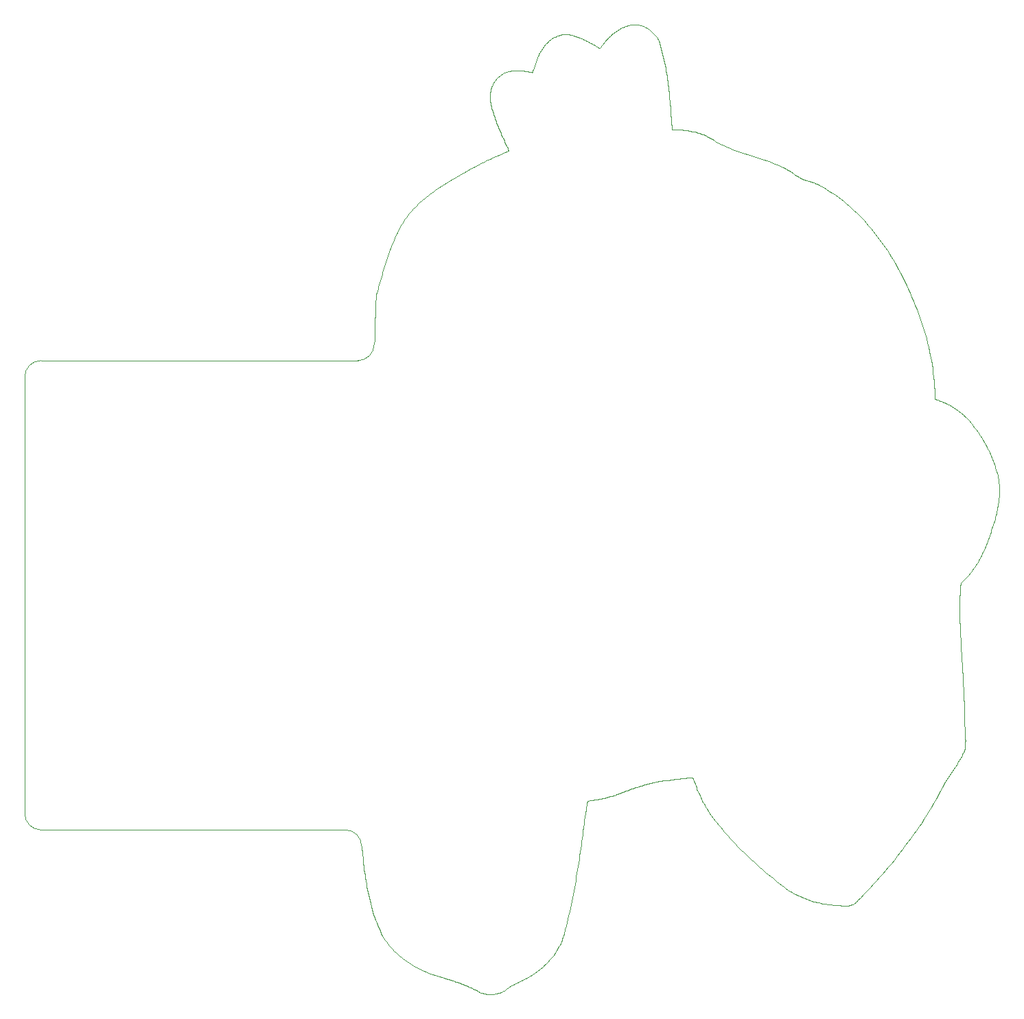
<source format=gbr>
%TF.GenerationSoftware,KiCad,Pcbnew,5.1.10-88a1d61d58~90~ubuntu20.04.1*%
%TF.CreationDate,2021-07-22T12:56:01-07:00*%
%TF.ProjectId,TwinTCPO,5477696e-5443-4504-9f2e-6b696361645f,A*%
%TF.SameCoordinates,Original*%
%TF.FileFunction,Profile,NP*%
%FSLAX46Y46*%
G04 Gerber Fmt 4.6, Leading zero omitted, Abs format (unit mm)*
G04 Created by KiCad (PCBNEW 5.1.10-88a1d61d58~90~ubuntu20.04.1) date 2021-07-22 12:56:01*
%MOMM*%
%LPD*%
G01*
G04 APERTURE LIST*
%TA.AperFunction,Profile*%
%ADD10C,0.100000*%
%TD*%
G04 APERTURE END LIST*
D10*
X68000000Y-130800000D02*
X68000000Y-76850000D01*
X70000000Y-132800000D02*
G75*
G02*
X68000000Y-130800000I0J2000000D01*
G01*
X68000000Y-76850000D02*
G75*
G02*
X70000000Y-74850000I2000000J0D01*
G01*
X109100000Y-74850000D02*
X70000000Y-74850000D01*
X107550000Y-132800000D02*
X70000000Y-132800000D01*
X111100000Y-72850000D02*
G75*
G02*
X109100000Y-74850000I-2000000J0D01*
G01*
X107550000Y-132800000D02*
G75*
G02*
X109550000Y-134800000I0J-2000000D01*
G01*
X139145470Y-35964450D02*
X139079429Y-36057870D01*
X139079429Y-36057870D02*
X139013045Y-36146629D01*
X139013045Y-36146629D02*
X138928868Y-36227371D01*
X138928868Y-36227371D02*
X138818138Y-36255608D01*
X138818138Y-36255608D02*
X138726634Y-36212222D01*
X138726634Y-36212222D02*
X138643770Y-36128680D01*
X138643770Y-36128680D02*
X138533406Y-36065554D01*
X138533406Y-36065554D02*
X138422767Y-36002254D01*
X138422767Y-36002254D02*
X138311834Y-35938887D01*
X138311834Y-35938887D02*
X138200588Y-35875561D01*
X138200588Y-35875561D02*
X138089011Y-35812385D01*
X138089011Y-35812385D02*
X137977084Y-35749466D01*
X137977084Y-35749466D02*
X137864790Y-35686912D01*
X137864790Y-35686912D02*
X137752110Y-35624831D01*
X137752110Y-35624831D02*
X137639025Y-35563332D01*
X137639025Y-35563332D02*
X137525518Y-35502523D01*
X137525518Y-35502523D02*
X137411570Y-35442511D01*
X137411570Y-35442511D02*
X137297162Y-35383404D01*
X137297162Y-35383404D02*
X137182276Y-35325311D01*
X137182276Y-35325311D02*
X137066895Y-35268340D01*
X137066895Y-35268340D02*
X136950998Y-35212598D01*
X136950998Y-35212598D02*
X136834570Y-35158195D01*
X136834570Y-35158195D02*
X136717589Y-35105236D01*
X136717589Y-35105236D02*
X136600040Y-35053832D01*
X136600040Y-35053832D02*
X136481903Y-35004089D01*
X136481903Y-35004089D02*
X136363159Y-34956117D01*
X136363159Y-34956117D02*
X136243791Y-34910022D01*
X136243791Y-34910022D02*
X136123780Y-34865913D01*
X136123780Y-34865913D02*
X136003108Y-34823898D01*
X136003108Y-34823898D02*
X135881757Y-34784085D01*
X135881757Y-34784085D02*
X135759707Y-34746582D01*
X135759707Y-34746582D02*
X135636942Y-34711498D01*
X135636942Y-34711498D02*
X135513441Y-34678939D01*
X135513441Y-34678939D02*
X135389188Y-34649015D01*
X135389188Y-34649015D02*
X135264164Y-34621832D01*
X135264164Y-34621832D02*
X135138350Y-34597500D01*
X135138350Y-34597500D02*
X135011728Y-34576127D01*
X135011728Y-34576127D02*
X134884280Y-34557820D01*
X134884280Y-34557820D02*
X134731602Y-34557930D01*
X134731602Y-34557930D02*
X134580463Y-34565588D01*
X134580463Y-34565588D02*
X134430976Y-34580585D01*
X134430976Y-34580585D02*
X134283253Y-34602714D01*
X134283253Y-34602714D02*
X134137406Y-34631768D01*
X134137406Y-34631768D02*
X133993550Y-34667542D01*
X133993550Y-34667542D02*
X133851797Y-34709826D01*
X133851797Y-34709826D02*
X133712261Y-34758415D01*
X133712261Y-34758415D02*
X133575053Y-34813101D01*
X133575053Y-34813101D02*
X133440287Y-34873678D01*
X133440287Y-34873678D02*
X133308076Y-34939938D01*
X133308076Y-34939938D02*
X133178532Y-35011675D01*
X133178532Y-35011675D02*
X133051770Y-35088681D01*
X133051770Y-35088681D02*
X132927901Y-35170749D01*
X132927901Y-35170749D02*
X132807038Y-35257673D01*
X132807038Y-35257673D02*
X132689296Y-35349246D01*
X132689296Y-35349246D02*
X132574786Y-35445260D01*
X132574786Y-35445260D02*
X132463621Y-35545508D01*
X132463621Y-35545508D02*
X132355915Y-35649783D01*
X132355915Y-35649783D02*
X132251780Y-35757880D01*
X132251780Y-35757880D02*
X132151329Y-35869589D01*
X132151329Y-35869589D02*
X132054676Y-35984705D01*
X132054676Y-35984705D02*
X131961933Y-36103021D01*
X131961933Y-36103021D02*
X131873213Y-36224328D01*
X131873213Y-36224328D02*
X131788629Y-36348422D01*
X131788629Y-36348422D02*
X131708294Y-36475093D01*
X131708294Y-36475093D02*
X131632321Y-36604137D01*
X131632321Y-36604137D02*
X131560823Y-36735344D01*
X131560823Y-36735344D02*
X131493913Y-36868509D01*
X131493913Y-36868509D02*
X131431704Y-37003425D01*
X131431704Y-37003425D02*
X131374308Y-37139884D01*
X131374308Y-37139884D02*
X131321840Y-37277680D01*
X187230860Y-95770340D02*
X187308758Y-95548279D01*
X187308758Y-95548279D02*
X187384799Y-95324673D01*
X187384799Y-95324673D02*
X187458784Y-95099610D01*
X187458784Y-95099610D02*
X187530515Y-94873173D01*
X187530515Y-94873173D02*
X187599793Y-94645448D01*
X187599793Y-94645448D02*
X187666419Y-94416522D01*
X187666419Y-94416522D02*
X187730195Y-94186479D01*
X187730195Y-94186479D02*
X187790921Y-93955405D01*
X187790921Y-93955405D02*
X187848399Y-93723386D01*
X187848399Y-93723386D02*
X187902430Y-93490507D01*
X187902430Y-93490507D02*
X187952816Y-93256854D01*
X187952816Y-93256854D02*
X187999357Y-93022512D01*
X187999357Y-93022512D02*
X188041855Y-92787567D01*
X188041855Y-92787567D02*
X188080112Y-92552105D01*
X188080112Y-92552105D02*
X188113928Y-92316210D01*
X188113928Y-92316210D02*
X188143105Y-92079970D01*
X188143105Y-92079970D02*
X188167443Y-91843468D01*
X188167443Y-91843468D02*
X188186745Y-91606791D01*
X188186745Y-91606791D02*
X188200812Y-91370024D01*
X188200812Y-91370024D02*
X188209445Y-91133253D01*
X188209445Y-91133253D02*
X188212444Y-90896564D01*
X188212444Y-90896564D02*
X188209612Y-90660041D01*
X188209612Y-90660041D02*
X188200750Y-90423771D01*
X188200750Y-90423771D02*
X188185658Y-90187839D01*
X188185658Y-90187839D02*
X188164139Y-89952331D01*
X188164139Y-89952331D02*
X188135993Y-89717331D01*
X188135993Y-89717331D02*
X188101022Y-89482927D01*
X188101022Y-89482927D02*
X188059026Y-89249203D01*
X188059026Y-89249203D02*
X188009808Y-89016244D01*
X188009808Y-89016244D02*
X187953168Y-88784137D01*
X187953168Y-88784137D02*
X187888908Y-88552967D01*
X187888908Y-88552967D02*
X187816830Y-88322820D01*
X125650750Y-43839320D02*
X125696154Y-44006246D01*
X125696154Y-44006246D02*
X125743696Y-44172403D01*
X125743696Y-44172403D02*
X125793279Y-44337823D01*
X125793279Y-44337823D02*
X125844808Y-44502541D01*
X125844808Y-44502541D02*
X125898188Y-44666589D01*
X125898188Y-44666589D02*
X125953323Y-44830001D01*
X125953323Y-44830001D02*
X126010118Y-44992811D01*
X126010118Y-44992811D02*
X126068476Y-45155053D01*
X126068476Y-45155053D02*
X126128303Y-45316760D01*
X126128303Y-45316760D02*
X126189504Y-45477965D01*
X126189504Y-45477965D02*
X126251982Y-45638703D01*
X126251982Y-45638703D02*
X126315642Y-45799007D01*
X126315642Y-45799007D02*
X126380389Y-45958910D01*
X126380389Y-45958910D02*
X126446127Y-46118447D01*
X126446127Y-46118447D02*
X126512761Y-46277650D01*
X126512761Y-46277650D02*
X126580196Y-46436553D01*
X126580196Y-46436553D02*
X126648335Y-46595191D01*
X126648335Y-46595191D02*
X126717083Y-46753596D01*
X126717083Y-46753596D02*
X126786345Y-46911802D01*
X126786345Y-46911802D02*
X126856026Y-47069843D01*
X126856026Y-47069843D02*
X126926029Y-47227752D01*
X126926029Y-47227752D02*
X126996260Y-47385564D01*
X126996260Y-47385564D02*
X127066623Y-47543311D01*
X127066623Y-47543311D02*
X127137022Y-47701027D01*
X127137022Y-47701027D02*
X127207362Y-47858746D01*
X127207362Y-47858746D02*
X127277548Y-48016501D01*
X127277548Y-48016501D02*
X127347483Y-48174326D01*
X127347483Y-48174326D02*
X127417074Y-48332255D01*
X127417074Y-48332255D02*
X127486223Y-48490322D01*
X127486223Y-48490322D02*
X127554835Y-48648559D01*
X127554835Y-48648559D02*
X127622816Y-48807000D01*
X127622816Y-48807000D02*
X127690070Y-48965680D01*
X130990920Y-150391240D02*
X131160634Y-150271559D01*
X131160634Y-150271559D02*
X131327950Y-150148155D01*
X131327950Y-150148155D02*
X131492752Y-150021091D01*
X131492752Y-150021091D02*
X131654926Y-149890430D01*
X131654926Y-149890430D02*
X131814356Y-149756235D01*
X131814356Y-149756235D02*
X131970929Y-149618570D01*
X131970929Y-149618570D02*
X132124529Y-149477500D01*
X132124529Y-149477500D02*
X132275040Y-149333087D01*
X132275040Y-149333087D02*
X132422349Y-149185394D01*
X132422349Y-149185394D02*
X132566340Y-149034487D01*
X132566340Y-149034487D02*
X132706899Y-148880427D01*
X132706899Y-148880427D02*
X132843910Y-148723279D01*
X132843910Y-148723279D02*
X132977259Y-148563106D01*
X132977259Y-148563106D02*
X133106831Y-148399972D01*
X133106831Y-148399972D02*
X133232511Y-148233940D01*
X133232511Y-148233940D02*
X133354183Y-148065075D01*
X133354183Y-148065075D02*
X133471734Y-147893438D01*
X133471734Y-147893438D02*
X133585048Y-147719095D01*
X133585048Y-147719095D02*
X133694010Y-147542108D01*
X133694010Y-147542108D02*
X133798506Y-147362541D01*
X133798506Y-147362541D02*
X133898421Y-147180458D01*
X133898421Y-147180458D02*
X133993639Y-146995923D01*
X133993639Y-146995923D02*
X134084046Y-146808998D01*
X134084046Y-146808998D02*
X134169527Y-146619747D01*
X134169527Y-146619747D02*
X134249967Y-146428235D01*
X134249967Y-146428235D02*
X134325251Y-146234524D01*
X134325251Y-146234524D02*
X134395264Y-146038678D01*
X134395264Y-146038678D02*
X134459892Y-145840761D01*
X134459892Y-145840761D02*
X134519019Y-145640836D01*
X134519019Y-145640836D02*
X134572531Y-145438966D01*
X134572531Y-145438966D02*
X134620313Y-145235217D01*
X134620313Y-145235217D02*
X134662250Y-145029650D01*
X180243210Y-79582370D02*
X180236421Y-79039493D01*
X180236421Y-79039493D02*
X180218464Y-78497665D01*
X180218464Y-78497665D02*
X180189548Y-77956964D01*
X180189548Y-77956964D02*
X180149880Y-77417467D01*
X180149880Y-77417467D02*
X180099669Y-76879254D01*
X180099669Y-76879254D02*
X180039125Y-76342402D01*
X180039125Y-76342402D02*
X179968457Y-75806990D01*
X179968457Y-75806990D02*
X179887872Y-75273096D01*
X179887872Y-75273096D02*
X179797579Y-74740799D01*
X179797579Y-74740799D02*
X179697788Y-74210178D01*
X179697788Y-74210178D02*
X179588708Y-73681309D01*
X179588708Y-73681309D02*
X179470546Y-73154273D01*
X179470546Y-73154273D02*
X179343512Y-72629147D01*
X179343512Y-72629147D02*
X179207814Y-72106009D01*
X179207814Y-72106009D02*
X179063661Y-71584939D01*
X179063661Y-71584939D02*
X178911262Y-71066013D01*
X178911262Y-71066013D02*
X178750826Y-70549312D01*
X178750826Y-70549312D02*
X178582561Y-70034912D01*
X178582561Y-70034912D02*
X178406676Y-69522893D01*
X178406676Y-69522893D02*
X178223380Y-69013333D01*
X178223380Y-69013333D02*
X178032882Y-68506310D01*
X178032882Y-68506310D02*
X177835390Y-68001903D01*
X177835390Y-68001903D02*
X177631114Y-67500189D01*
X177631114Y-67500189D02*
X177420261Y-67001248D01*
X177420261Y-67001248D02*
X177203041Y-66505158D01*
X177203041Y-66505158D02*
X176979662Y-66011997D01*
X176979662Y-66011997D02*
X176750334Y-65521843D01*
X176750334Y-65521843D02*
X176515264Y-65034775D01*
X176515264Y-65034775D02*
X176274662Y-64550872D01*
X176274662Y-64550872D02*
X176028736Y-64070210D01*
X176028736Y-64070210D02*
X175777696Y-63592870D01*
X175777696Y-63592870D02*
X175521750Y-63118930D01*
X126551860Y-39696450D02*
X126441716Y-39789891D01*
X126441716Y-39789891D02*
X126337322Y-39887859D01*
X126337322Y-39887859D02*
X126238629Y-39990132D01*
X126238629Y-39990132D02*
X126145593Y-40096490D01*
X126145593Y-40096490D02*
X126058168Y-40206714D01*
X126058168Y-40206714D02*
X125976307Y-40320584D01*
X125976307Y-40320584D02*
X125899965Y-40437878D01*
X125899965Y-40437878D02*
X125829096Y-40558377D01*
X125829096Y-40558377D02*
X125763654Y-40681860D01*
X125763654Y-40681860D02*
X125703592Y-40808108D01*
X125703592Y-40808108D02*
X125648866Y-40936900D01*
X125648866Y-40936900D02*
X125599430Y-41068016D01*
X125599430Y-41068016D02*
X125555236Y-41201236D01*
X125555236Y-41201236D02*
X125516240Y-41336340D01*
X125516240Y-41336340D02*
X125482396Y-41473108D01*
X125482396Y-41473108D02*
X125453657Y-41611318D01*
X125453657Y-41611318D02*
X125429978Y-41750752D01*
X125429978Y-41750752D02*
X125411313Y-41891189D01*
X125411313Y-41891189D02*
X125397616Y-42032409D01*
X125397616Y-42032409D02*
X125388840Y-42174191D01*
X125388840Y-42174191D02*
X125384941Y-42316316D01*
X125384941Y-42316316D02*
X125385872Y-42458563D01*
X125385872Y-42458563D02*
X125391588Y-42600712D01*
X125391588Y-42600712D02*
X125402042Y-42742543D01*
X125402042Y-42742543D02*
X125417189Y-42883836D01*
X125417189Y-42883836D02*
X125436982Y-43024370D01*
X125436982Y-43024370D02*
X125461376Y-43163926D01*
X125461376Y-43163926D02*
X125490324Y-43302283D01*
X125490324Y-43302283D02*
X125523782Y-43439221D01*
X125523782Y-43439221D02*
X125561703Y-43574520D01*
X125561703Y-43574520D02*
X125604040Y-43707959D01*
X125604040Y-43707959D02*
X125650750Y-43839320D01*
X112134170Y-145877510D02*
X112289919Y-146131197D01*
X112289919Y-146131197D02*
X112453156Y-146378816D01*
X112453156Y-146378816D02*
X112623657Y-146620388D01*
X112623657Y-146620388D02*
X112801195Y-146855930D01*
X112801195Y-146855930D02*
X112985545Y-147085464D01*
X112985545Y-147085464D02*
X113176480Y-147309009D01*
X113176480Y-147309009D02*
X113373774Y-147526584D01*
X113373774Y-147526584D02*
X113577203Y-147738209D01*
X113577203Y-147738209D02*
X113786540Y-147943904D01*
X113786540Y-147943904D02*
X114001559Y-148143688D01*
X114001559Y-148143688D02*
X114222034Y-148337580D01*
X114222034Y-148337580D02*
X114447741Y-148525602D01*
X114447741Y-148525602D02*
X114678452Y-148707772D01*
X114678452Y-148707772D02*
X114913942Y-148884109D01*
X114913942Y-148884109D02*
X115153985Y-149054635D01*
X115153985Y-149054635D02*
X115398356Y-149219367D01*
X115398356Y-149219367D02*
X115646828Y-149378326D01*
X115646828Y-149378326D02*
X115899176Y-149531532D01*
X115899176Y-149531532D02*
X116155174Y-149679004D01*
X116155174Y-149679004D02*
X116414596Y-149820761D01*
X116414596Y-149820761D02*
X116677217Y-149956824D01*
X116677217Y-149956824D02*
X116942810Y-150087212D01*
X116942810Y-150087212D02*
X117211150Y-150211944D01*
X117211150Y-150211944D02*
X117482010Y-150331041D01*
X117482010Y-150331041D02*
X117755166Y-150444522D01*
X117755166Y-150444522D02*
X118030391Y-150552407D01*
X118030391Y-150552407D02*
X118307459Y-150654714D01*
X118307459Y-150654714D02*
X118586145Y-150751465D01*
X118586145Y-150751465D02*
X118866223Y-150842678D01*
X118866223Y-150842678D02*
X119147467Y-150928374D01*
X119147467Y-150928374D02*
X119429651Y-151008571D01*
X119429651Y-151008571D02*
X119712550Y-151083290D01*
X153832280Y-132472730D02*
X154054120Y-132738327D01*
X154054120Y-132738327D02*
X154278393Y-133001755D01*
X154278393Y-133001755D02*
X154505047Y-133263043D01*
X154505047Y-133263043D02*
X154734030Y-133522216D01*
X154734030Y-133522216D02*
X154965292Y-133779303D01*
X154965292Y-133779303D02*
X155198780Y-134034332D01*
X155198780Y-134034332D02*
X155434444Y-134287328D01*
X155434444Y-134287328D02*
X155672233Y-134538321D01*
X155672233Y-134538321D02*
X155912095Y-134787337D01*
X155912095Y-134787337D02*
X156153979Y-135034404D01*
X156153979Y-135034404D02*
X156397834Y-135279549D01*
X156397834Y-135279549D02*
X156643609Y-135522799D01*
X156643609Y-135522799D02*
X156891252Y-135764182D01*
X156891252Y-135764182D02*
X157140711Y-136003726D01*
X157140711Y-136003726D02*
X157391937Y-136241458D01*
X157391937Y-136241458D02*
X157644877Y-136477405D01*
X157644877Y-136477405D02*
X157899480Y-136711594D01*
X157899480Y-136711594D02*
X158155696Y-136944054D01*
X158155696Y-136944054D02*
X158413472Y-137174811D01*
X158413472Y-137174811D02*
X158672758Y-137403893D01*
X158672758Y-137403893D02*
X158933502Y-137631327D01*
X158933502Y-137631327D02*
X159195653Y-137857141D01*
X159195653Y-137857141D02*
X159459160Y-138081362D01*
X159459160Y-138081362D02*
X159723972Y-138304018D01*
X159723972Y-138304018D02*
X159990037Y-138525136D01*
X159990037Y-138525136D02*
X160257304Y-138744743D01*
X160257304Y-138744743D02*
X160525722Y-138962867D01*
X160525722Y-138962867D02*
X160795239Y-139179535D01*
X160795239Y-139179535D02*
X161065805Y-139394775D01*
X161065805Y-139394775D02*
X161337368Y-139608614D01*
X161337368Y-139608614D02*
X161609876Y-139821080D01*
X161609876Y-139821080D02*
X161883280Y-140032200D01*
X109550000Y-134800000D02*
X109583995Y-135155492D01*
X109583995Y-135155492D02*
X109618762Y-135511452D01*
X109618762Y-135511452D02*
X109654524Y-135867772D01*
X109654524Y-135867772D02*
X109691505Y-136224346D01*
X109691505Y-136224346D02*
X109729931Y-136581066D01*
X109729931Y-136581066D02*
X109770027Y-136937826D01*
X109770027Y-136937826D02*
X109812016Y-137294519D01*
X109812016Y-137294519D02*
X109856123Y-137651038D01*
X109856123Y-137651038D02*
X109902574Y-138007277D01*
X109902574Y-138007277D02*
X109951591Y-138363127D01*
X109951591Y-138363127D02*
X110003401Y-138718484D01*
X110003401Y-138718484D02*
X110058228Y-139073239D01*
X110058228Y-139073239D02*
X110116296Y-139427285D01*
X110116296Y-139427285D02*
X110177830Y-139780517D01*
X110177830Y-139780517D02*
X110243055Y-140132827D01*
X110243055Y-140132827D02*
X110312195Y-140484108D01*
X110312195Y-140484108D02*
X110385474Y-140834254D01*
X110385474Y-140834254D02*
X110463118Y-141183157D01*
X110463118Y-141183157D02*
X110545351Y-141530711D01*
X110545351Y-141530711D02*
X110632397Y-141876809D01*
X110632397Y-141876809D02*
X110724482Y-142221343D01*
X110724482Y-142221343D02*
X110821829Y-142564208D01*
X110821829Y-142564208D02*
X110924664Y-142905297D01*
X110924664Y-142905297D02*
X111033211Y-143244501D01*
X111033211Y-143244501D02*
X111147694Y-143581716D01*
X111147694Y-143581716D02*
X111268339Y-143916833D01*
X111268339Y-143916833D02*
X111395369Y-144249746D01*
X111395369Y-144249746D02*
X111529010Y-144580348D01*
X111529010Y-144580348D02*
X111669486Y-144908532D01*
X111669486Y-144908532D02*
X111817021Y-145234192D01*
X111817021Y-145234192D02*
X111971841Y-145557220D01*
X111971841Y-145557220D02*
X112134170Y-145877510D01*
X137094390Y-131162120D02*
X137112819Y-131040826D01*
X137112819Y-131040826D02*
X137131398Y-130919289D01*
X137131398Y-130919289D02*
X137150133Y-130797537D01*
X137150133Y-130797537D02*
X137169029Y-130675603D01*
X137169029Y-130675603D02*
X137188092Y-130553517D01*
X137188092Y-130553517D02*
X137207327Y-130431309D01*
X137207327Y-130431309D02*
X137226740Y-130309012D01*
X137226740Y-130309012D02*
X137246337Y-130186655D01*
X137246337Y-130186655D02*
X137266123Y-130064269D01*
X137266123Y-130064269D02*
X137286103Y-129941885D01*
X137286103Y-129941885D02*
X137306284Y-129819535D01*
X137306284Y-129819535D02*
X137326671Y-129697249D01*
X137326671Y-129697249D02*
X137347269Y-129575057D01*
X137347269Y-129575057D02*
X137368085Y-129452991D01*
X137368085Y-129452991D02*
X137389123Y-129331082D01*
X137389123Y-129331082D02*
X137410390Y-129209360D01*
X183449450Y-102307590D02*
X183627734Y-102145643D01*
X183627734Y-102145643D02*
X183801456Y-101979743D01*
X183801456Y-101979743D02*
X183970684Y-101810009D01*
X183970684Y-101810009D02*
X184135487Y-101636566D01*
X184135487Y-101636566D02*
X184295934Y-101459535D01*
X184295934Y-101459535D02*
X184452092Y-101279038D01*
X184452092Y-101279038D02*
X184604029Y-101095199D01*
X184604029Y-101095199D02*
X184751815Y-100908138D01*
X184751815Y-100908138D02*
X184895518Y-100717978D01*
X184895518Y-100717978D02*
X185035205Y-100524842D01*
X185035205Y-100524842D02*
X185170945Y-100328852D01*
X185170945Y-100328852D02*
X185302808Y-100130131D01*
X185302808Y-100130131D02*
X185430860Y-99928799D01*
X185430860Y-99928799D02*
X185555170Y-99724981D01*
X185555170Y-99724981D02*
X185675807Y-99518798D01*
X185675807Y-99518798D02*
X185792840Y-99310372D01*
X185792840Y-99310372D02*
X185906335Y-99099825D01*
X185906335Y-99099825D02*
X186016362Y-98887281D01*
X186016362Y-98887281D02*
X186122990Y-98672860D01*
X186122990Y-98672860D02*
X186226286Y-98456686D01*
X186226286Y-98456686D02*
X186326319Y-98238881D01*
X186326319Y-98238881D02*
X186423157Y-98019567D01*
X186423157Y-98019567D02*
X186516868Y-97798867D01*
X186516868Y-97798867D02*
X186607521Y-97576902D01*
X186607521Y-97576902D02*
X186695185Y-97353795D01*
X186695185Y-97353795D02*
X186779927Y-97129668D01*
X186779927Y-97129668D02*
X186861816Y-96904644D01*
X186861816Y-96904644D02*
X186940921Y-96678844D01*
X186940921Y-96678844D02*
X187017309Y-96452392D01*
X187017309Y-96452392D02*
X187091049Y-96225408D01*
X187091049Y-96225408D02*
X187162210Y-95998017D01*
X187162210Y-95998017D02*
X187230860Y-95770340D01*
X184242950Y-81994710D02*
X184138401Y-81890735D01*
X184138401Y-81890735D02*
X184032251Y-81788382D01*
X184032251Y-81788382D02*
X183924526Y-81687674D01*
X183924526Y-81687674D02*
X183815254Y-81588631D01*
X183815254Y-81588631D02*
X183704466Y-81491277D01*
X183704466Y-81491277D02*
X183592188Y-81395634D01*
X183592188Y-81395634D02*
X183478449Y-81301724D01*
X183478449Y-81301724D02*
X183363277Y-81209570D01*
X183363277Y-81209570D02*
X183246702Y-81119192D01*
X183246702Y-81119192D02*
X183128751Y-81030615D01*
X183128751Y-81030615D02*
X183009452Y-80943860D01*
X183009452Y-80943860D02*
X182888835Y-80858950D01*
X182888835Y-80858950D02*
X182766927Y-80775906D01*
X182766927Y-80775906D02*
X182643757Y-80694751D01*
X182643757Y-80694751D02*
X182519353Y-80615507D01*
X182519353Y-80615507D02*
X182393743Y-80538197D01*
X182393743Y-80538197D02*
X182266957Y-80462843D01*
X182266957Y-80462843D02*
X182139021Y-80389466D01*
X182139021Y-80389466D02*
X182009966Y-80318091D01*
X182009966Y-80318091D02*
X181879819Y-80248737D01*
X181879819Y-80248737D02*
X181748608Y-80181429D01*
X181748608Y-80181429D02*
X181616361Y-80116188D01*
X181616361Y-80116188D02*
X181483108Y-80053036D01*
X181483108Y-80053036D02*
X181348877Y-79991996D01*
X181348877Y-79991996D02*
X181213696Y-79933090D01*
X181213696Y-79933090D02*
X181077593Y-79876340D01*
X181077593Y-79876340D02*
X180940597Y-79821769D01*
X180940597Y-79821769D02*
X180802735Y-79769398D01*
X180802735Y-79769398D02*
X180664038Y-79719251D01*
X180664038Y-79719251D02*
X180524532Y-79671349D01*
X180524532Y-79671349D02*
X180384246Y-79625714D01*
X180384246Y-79625714D02*
X180243210Y-79582370D01*
X127690070Y-48965680D02*
X127454335Y-49058543D01*
X127454335Y-49058543D02*
X127219335Y-49153078D01*
X127219335Y-49153078D02*
X126985062Y-49249257D01*
X126985062Y-49249257D02*
X126751510Y-49347051D01*
X126751510Y-49347051D02*
X126518670Y-49446430D01*
X126518670Y-49446430D02*
X126286535Y-49547366D01*
X126286535Y-49547366D02*
X126055098Y-49649830D01*
X126055098Y-49649830D02*
X125824352Y-49753792D01*
X125824352Y-49753792D02*
X125594288Y-49859225D01*
X125594288Y-49859225D02*
X125364900Y-49966099D01*
X125364900Y-49966099D02*
X125136180Y-50074385D01*
X125136180Y-50074385D02*
X124908120Y-50184054D01*
X124908120Y-50184054D02*
X124680714Y-50295078D01*
X124680714Y-50295078D02*
X124453954Y-50407427D01*
X124453954Y-50407427D02*
X124227832Y-50521073D01*
X124227832Y-50521073D02*
X124002341Y-50635987D01*
X124002341Y-50635987D02*
X123777473Y-50752140D01*
X123777473Y-50752140D02*
X123553222Y-50869502D01*
X123553222Y-50869502D02*
X123329580Y-50988046D01*
X123329580Y-50988046D02*
X123106539Y-51107741D01*
X123106539Y-51107741D02*
X122884092Y-51228560D01*
X122884092Y-51228560D02*
X122662231Y-51350474D01*
X122662231Y-51350474D02*
X122440949Y-51473453D01*
X122440949Y-51473453D02*
X122220239Y-51597468D01*
X122220239Y-51597468D02*
X122000094Y-51722491D01*
X122000094Y-51722491D02*
X121780505Y-51848493D01*
X121780505Y-51848493D02*
X121561465Y-51975444D01*
X121561465Y-51975444D02*
X121342968Y-52103317D01*
X121342968Y-52103317D02*
X121125005Y-52232082D01*
X121125005Y-52232082D02*
X120907569Y-52361710D01*
X120907569Y-52361710D02*
X120690653Y-52492172D01*
X120690653Y-52492172D02*
X120474250Y-52623440D01*
X124246720Y-152891770D02*
X124360004Y-152931336D01*
X124360004Y-152931336D02*
X124474617Y-152966703D01*
X124474617Y-152966703D02*
X124590411Y-152997884D01*
X124590411Y-152997884D02*
X124707236Y-153024890D01*
X124707236Y-153024890D02*
X124824945Y-153047732D01*
X124824945Y-153047732D02*
X124943390Y-153066422D01*
X124943390Y-153066422D02*
X125062423Y-153080972D01*
X125062423Y-153080972D02*
X125181895Y-153091393D01*
X125181895Y-153091393D02*
X125301659Y-153097696D01*
X125301659Y-153097696D02*
X125421567Y-153099894D01*
X125421567Y-153099894D02*
X125541469Y-153097999D01*
X125541469Y-153097999D02*
X125661219Y-153092020D01*
X125661219Y-153092020D02*
X125780668Y-153081971D01*
X125780668Y-153081971D02*
X125899668Y-153067863D01*
X125899668Y-153067863D02*
X126018071Y-153049707D01*
X126018071Y-153049707D02*
X126135728Y-153027515D01*
X126135728Y-153027515D02*
X126252492Y-153001298D01*
X126252492Y-153001298D02*
X126368215Y-152971069D01*
X126368215Y-152971069D02*
X126482748Y-152936838D01*
X126482748Y-152936838D02*
X126595944Y-152898618D01*
X126595944Y-152898618D02*
X126707654Y-152856419D01*
X126707654Y-152856419D02*
X126817729Y-152810254D01*
X126817729Y-152810254D02*
X126926023Y-152760134D01*
X126926023Y-152760134D02*
X127032387Y-152706071D01*
X127032387Y-152706071D02*
X127136672Y-152648077D01*
X127136672Y-152648077D02*
X127238731Y-152586162D01*
X127238731Y-152586162D02*
X127338416Y-152520338D01*
X127338416Y-152520338D02*
X127435578Y-152450618D01*
X127435578Y-152450618D02*
X127530070Y-152377012D01*
X127530070Y-152377012D02*
X127621743Y-152299533D01*
X127621743Y-152299533D02*
X127710449Y-152218192D01*
X127710449Y-152218192D02*
X127796040Y-152133000D01*
X183928620Y-118827330D02*
X183917378Y-118391567D01*
X183917378Y-118391567D02*
X183904092Y-117955870D01*
X183904092Y-117955870D02*
X183888913Y-117520236D01*
X183888913Y-117520236D02*
X183871991Y-117084662D01*
X183871991Y-117084662D02*
X183853475Y-116649144D01*
X183853475Y-116649144D02*
X183833517Y-116213680D01*
X183833517Y-116213680D02*
X183812265Y-115778266D01*
X183812265Y-115778266D02*
X183789871Y-115342899D01*
X183789871Y-115342899D02*
X183766484Y-114907576D01*
X183766484Y-114907576D02*
X183742255Y-114472294D01*
X183742255Y-114472294D02*
X183717334Y-114037049D01*
X183717334Y-114037049D02*
X183691870Y-113601839D01*
X183691870Y-113601839D02*
X183666015Y-113166660D01*
X183666015Y-113166660D02*
X183639917Y-112731509D01*
X183639917Y-112731509D02*
X183613729Y-112296384D01*
X183613729Y-112296384D02*
X183587598Y-111861280D01*
X183587598Y-111861280D02*
X183561677Y-111426194D01*
X183561677Y-111426194D02*
X183536114Y-110991124D01*
X183536114Y-110991124D02*
X183511060Y-110556066D01*
X183511060Y-110556066D02*
X183486665Y-110121018D01*
X183486665Y-110121018D02*
X183463080Y-109685975D01*
X183463080Y-109685975D02*
X183440454Y-109250936D01*
X183440454Y-109250936D02*
X183418938Y-108815896D01*
X183418938Y-108815896D02*
X183398681Y-108380852D01*
X183398681Y-108380852D02*
X183379835Y-107945802D01*
X183379835Y-107945802D02*
X183362548Y-107510742D01*
X183362548Y-107510742D02*
X183346972Y-107075669D01*
X183346972Y-107075669D02*
X183333256Y-106640580D01*
X183333256Y-106640580D02*
X183321551Y-106205472D01*
X183321551Y-106205472D02*
X183312006Y-105770341D01*
X183312006Y-105770341D02*
X183304772Y-105335185D01*
X183304772Y-105335185D02*
X183300000Y-104900000D01*
X127796040Y-152133000D02*
X127897121Y-152080814D01*
X127897121Y-152080814D02*
X127998552Y-152029231D01*
X127998552Y-152029231D02*
X128100289Y-151978177D01*
X128100289Y-151978177D02*
X128202291Y-151927576D01*
X128202291Y-151927576D02*
X128304513Y-151877354D01*
X128304513Y-151877354D02*
X128406914Y-151827436D01*
X128406914Y-151827436D02*
X128509449Y-151777747D01*
X128509449Y-151777747D02*
X128612076Y-151728212D01*
X128612076Y-151728212D02*
X128714752Y-151678757D01*
X128714752Y-151678757D02*
X128817434Y-151629307D01*
X128817434Y-151629307D02*
X128920079Y-151579786D01*
X128920079Y-151579786D02*
X129022644Y-151530121D01*
X129022644Y-151530121D02*
X129125085Y-151480236D01*
X129125085Y-151480236D02*
X129227361Y-151430057D01*
X129227361Y-151430057D02*
X129329427Y-151379509D01*
X129329427Y-151379509D02*
X129431242Y-151328517D01*
X129431242Y-151328517D02*
X129532762Y-151277006D01*
X129532762Y-151277006D02*
X129633943Y-151224902D01*
X129633943Y-151224902D02*
X129734744Y-151172129D01*
X129734744Y-151172129D02*
X129835120Y-151118613D01*
X129835120Y-151118613D02*
X129935030Y-151064279D01*
X129935030Y-151064279D02*
X130034429Y-151009053D01*
X130034429Y-151009053D02*
X130133276Y-150952859D01*
X130133276Y-150952859D02*
X130231527Y-150895623D01*
X130231527Y-150895623D02*
X130329138Y-150837270D01*
X130329138Y-150837270D02*
X130426068Y-150777725D01*
X130426068Y-150777725D02*
X130522273Y-150716914D01*
X130522273Y-150716914D02*
X130617710Y-150654761D01*
X130617710Y-150654761D02*
X130712336Y-150591192D01*
X130712336Y-150591192D02*
X130806109Y-150526132D01*
X130806109Y-150526132D02*
X130898984Y-150459506D01*
X130898984Y-150459506D02*
X130990920Y-150391240D01*
X150403680Y-126302040D02*
X150468696Y-126514909D01*
X150468696Y-126514909D02*
X150536577Y-126726843D01*
X150536577Y-126726843D02*
X150607309Y-126937806D01*
X150607309Y-126937806D02*
X150680876Y-127147763D01*
X150680876Y-127147763D02*
X150757265Y-127356676D01*
X150757265Y-127356676D02*
X150836461Y-127564512D01*
X150836461Y-127564512D02*
X150918447Y-127771233D01*
X150918447Y-127771233D02*
X151003211Y-127976805D01*
X151003211Y-127976805D02*
X151090737Y-128181191D01*
X151090737Y-128181191D02*
X151181010Y-128384356D01*
X151181010Y-128384356D02*
X151274016Y-128586264D01*
X151274016Y-128586264D02*
X151369740Y-128786880D01*
X151369740Y-128786880D02*
X151468167Y-128986167D01*
X151468167Y-128986167D02*
X151569282Y-129184091D01*
X151569282Y-129184091D02*
X151673071Y-129380614D01*
X151673071Y-129380614D02*
X151779520Y-129575702D01*
X151779520Y-129575702D02*
X151888612Y-129769319D01*
X151888612Y-129769319D02*
X152000334Y-129961428D01*
X152000334Y-129961428D02*
X152114670Y-130151996D01*
X152114670Y-130151996D02*
X152231607Y-130340984D01*
X152231607Y-130340984D02*
X152351128Y-130528359D01*
X152351128Y-130528359D02*
X152473221Y-130714083D01*
X152473221Y-130714083D02*
X152597869Y-130898123D01*
X152597869Y-130898123D02*
X152725058Y-131080440D01*
X152725058Y-131080440D02*
X152854773Y-131261001D01*
X152854773Y-131261001D02*
X152987000Y-131439769D01*
X152987000Y-131439769D02*
X153121724Y-131616709D01*
X153121724Y-131616709D02*
X153258930Y-131791784D01*
X153258930Y-131791784D02*
X153398603Y-131964960D01*
X153398603Y-131964960D02*
X153540729Y-132136200D01*
X153540729Y-132136200D02*
X153685293Y-132305468D01*
X153685293Y-132305468D02*
X153832280Y-132472730D01*
X175521750Y-63118930D02*
X175309621Y-62745001D01*
X175309621Y-62745001D02*
X175092291Y-62373449D01*
X175092291Y-62373449D02*
X174869755Y-62004456D01*
X174869755Y-62004456D02*
X174642005Y-61638206D01*
X174642005Y-61638206D02*
X174409037Y-61274883D01*
X174409037Y-61274883D02*
X174170844Y-60914672D01*
X174170844Y-60914672D02*
X173927421Y-60557757D01*
X173927421Y-60557757D02*
X173678761Y-60204321D01*
X173678761Y-60204321D02*
X173424858Y-59854548D01*
X173424858Y-59854548D02*
X173165706Y-59508623D01*
X173165706Y-59508623D02*
X172901300Y-59166730D01*
X172901300Y-59166730D02*
X172631634Y-58829052D01*
X172631634Y-58829052D02*
X172356701Y-58495774D01*
X172356701Y-58495774D02*
X172076495Y-58167079D01*
X172076495Y-58167079D02*
X171791011Y-57843152D01*
X171791011Y-57843152D02*
X171500243Y-57524177D01*
X171500243Y-57524177D02*
X171204185Y-57210337D01*
X171204185Y-57210337D02*
X170902830Y-56901817D01*
X170902830Y-56901817D02*
X170596173Y-56598801D01*
X170596173Y-56598801D02*
X170284207Y-56301473D01*
X170284207Y-56301473D02*
X169966928Y-56010016D01*
X169966928Y-56010016D02*
X169644328Y-55724615D01*
X169644328Y-55724615D02*
X169316402Y-55445454D01*
X169316402Y-55445454D02*
X168983144Y-55172717D01*
X168983144Y-55172717D02*
X168644548Y-54906588D01*
X168644548Y-54906588D02*
X168300608Y-54647250D01*
X168300608Y-54647250D02*
X167951318Y-54394888D01*
X167951318Y-54394888D02*
X167596672Y-54149687D01*
X167596672Y-54149687D02*
X167236664Y-53911829D01*
X167236664Y-53911829D02*
X166871288Y-53681499D01*
X166871288Y-53681499D02*
X166500539Y-53458881D01*
X166500539Y-53458881D02*
X166124410Y-53244160D01*
X119712550Y-151083290D02*
X119860308Y-151124799D01*
X119860308Y-151124799D02*
X120007770Y-151167158D01*
X120007770Y-151167158D02*
X120154927Y-151210379D01*
X120154927Y-151210379D02*
X120301769Y-151254472D01*
X120301769Y-151254472D02*
X120448287Y-151299451D01*
X120448287Y-151299451D02*
X120594471Y-151345327D01*
X120594471Y-151345327D02*
X120740312Y-151392111D01*
X120740312Y-151392111D02*
X120885799Y-151439816D01*
X120885799Y-151439816D02*
X121030924Y-151488454D01*
X121030924Y-151488454D02*
X121175676Y-151538036D01*
X121175676Y-151538036D02*
X121320047Y-151588574D01*
X121320047Y-151588574D02*
X121464026Y-151640081D01*
X121464026Y-151640081D02*
X121607605Y-151692567D01*
X121607605Y-151692567D02*
X121750773Y-151746045D01*
X121750773Y-151746045D02*
X121893521Y-151800527D01*
X121893521Y-151800527D02*
X122035840Y-151856025D01*
X122035840Y-151856025D02*
X122177719Y-151912549D01*
X122177719Y-151912549D02*
X122319150Y-151970113D01*
X122319150Y-151970113D02*
X122460122Y-152028728D01*
X122460122Y-152028728D02*
X122600627Y-152088406D01*
X122600627Y-152088406D02*
X122740655Y-152149159D01*
X122740655Y-152149159D02*
X122880195Y-152210999D01*
X122880195Y-152210999D02*
X123019239Y-152273937D01*
X123019239Y-152273937D02*
X123157778Y-152337985D01*
X123157778Y-152337985D02*
X123295800Y-152403156D01*
X123295800Y-152403156D02*
X123433298Y-152469461D01*
X123433298Y-152469461D02*
X123570260Y-152536911D01*
X123570260Y-152536911D02*
X123706679Y-152605520D01*
X123706679Y-152605520D02*
X123842544Y-152675298D01*
X123842544Y-152675298D02*
X123977845Y-152746258D01*
X123977845Y-152746258D02*
X124112574Y-152818411D01*
X124112574Y-152818411D02*
X124246720Y-152891770D01*
X170685370Y-141525080D02*
X171087504Y-141124502D01*
X171087504Y-141124502D02*
X171486084Y-140720173D01*
X171486084Y-140720173D02*
X171881043Y-140312121D01*
X171881043Y-140312121D02*
X172272316Y-139900375D01*
X172272316Y-139900375D02*
X172659836Y-139484964D01*
X172659836Y-139484964D02*
X173043537Y-139065915D01*
X173043537Y-139065915D02*
X173423353Y-138643258D01*
X173423353Y-138643258D02*
X173799219Y-138217020D01*
X173799219Y-138217020D02*
X174171067Y-137787231D01*
X174171067Y-137787231D02*
X174538833Y-137353919D01*
X174538833Y-137353919D02*
X174902450Y-136917113D01*
X174902450Y-136917113D02*
X175261852Y-136476841D01*
X175261852Y-136476841D02*
X175616974Y-136033131D01*
X175616974Y-136033131D02*
X175967748Y-135586013D01*
X175967748Y-135586013D02*
X176314109Y-135135514D01*
X176314109Y-135135514D02*
X176655992Y-134681663D01*
X176655992Y-134681663D02*
X176993330Y-134224489D01*
X176993330Y-134224489D02*
X177326056Y-133764021D01*
X177326056Y-133764021D02*
X177654106Y-133300286D01*
X177654106Y-133300286D02*
X177977413Y-132833314D01*
X177977413Y-132833314D02*
X178295910Y-132363133D01*
X178295910Y-132363133D02*
X178609533Y-131889771D01*
X178609533Y-131889771D02*
X178918215Y-131413257D01*
X178918215Y-131413257D02*
X179221889Y-130933619D01*
X179221889Y-130933619D02*
X179520491Y-130450887D01*
X179520491Y-130450887D02*
X179813953Y-129965088D01*
X179813953Y-129965088D02*
X180102210Y-129476252D01*
X180102210Y-129476252D02*
X180385196Y-128984406D01*
X180385196Y-128984406D02*
X180662846Y-128489579D01*
X180662846Y-128489579D02*
X180935091Y-127991800D01*
X180935091Y-127991800D02*
X181201868Y-127491097D01*
X181201868Y-127491097D02*
X181463110Y-126987500D01*
X147475850Y-126643860D02*
X147658857Y-126619029D01*
X147658857Y-126619029D02*
X147841812Y-126594559D01*
X147841812Y-126594559D02*
X148024725Y-126570471D01*
X148024725Y-126570471D02*
X148207606Y-126546787D01*
X148207606Y-126546787D02*
X148390468Y-126523529D01*
X148390468Y-126523529D02*
X148573319Y-126500719D01*
X148573319Y-126500719D02*
X148756172Y-126478378D01*
X148756172Y-126478378D02*
X148939037Y-126456528D01*
X148939037Y-126456528D02*
X149121925Y-126435192D01*
X149121925Y-126435192D02*
X149304846Y-126414390D01*
X149304846Y-126414390D02*
X149487811Y-126394146D01*
X149487811Y-126394146D02*
X149670831Y-126374480D01*
X149670831Y-126374480D02*
X149853918Y-126355414D01*
X149853918Y-126355414D02*
X150037081Y-126336971D01*
X150037081Y-126336971D02*
X150220331Y-126319172D01*
X150220331Y-126319172D02*
X150403680Y-126302040D01*
X183923620Y-122917440D02*
X183946722Y-122790477D01*
X183946722Y-122790477D02*
X183966432Y-122663405D01*
X183966432Y-122663405D02*
X183982941Y-122536230D01*
X183982941Y-122536230D02*
X183996440Y-122408955D01*
X183996440Y-122408955D02*
X184007120Y-122281587D01*
X184007120Y-122281587D02*
X184015173Y-122154132D01*
X184015173Y-122154132D02*
X184020789Y-122026594D01*
X184020789Y-122026594D02*
X184024160Y-121898979D01*
X184024160Y-121898979D02*
X184025477Y-121771293D01*
X184025477Y-121771293D02*
X184024931Y-121643540D01*
X184024931Y-121643540D02*
X184022714Y-121515728D01*
X184022714Y-121515728D02*
X184019016Y-121387860D01*
X184019016Y-121387860D02*
X184014029Y-121259943D01*
X184014029Y-121259943D02*
X184007944Y-121131981D01*
X184007944Y-121131981D02*
X184000952Y-121003981D01*
X184000952Y-121003981D02*
X183993245Y-120875947D01*
X183993245Y-120875947D02*
X183985013Y-120747886D01*
X183985013Y-120747886D02*
X183976447Y-120619802D01*
X183976447Y-120619802D02*
X183967740Y-120491701D01*
X183967740Y-120491701D02*
X183959082Y-120363589D01*
X183959082Y-120363589D02*
X183950665Y-120235470D01*
X183950665Y-120235470D02*
X183942679Y-120107352D01*
X183942679Y-120107352D02*
X183935316Y-119979238D01*
X183935316Y-119979238D02*
X183928766Y-119851134D01*
X183928766Y-119851134D02*
X183923222Y-119723046D01*
X183923222Y-119723046D02*
X183918875Y-119594979D01*
X183918875Y-119594979D02*
X183915915Y-119466939D01*
X183915915Y-119466939D02*
X183914533Y-119338931D01*
X183914533Y-119338931D02*
X183914922Y-119210961D01*
X183914922Y-119210961D02*
X183917272Y-119083033D01*
X183917272Y-119083033D02*
X183921774Y-118955155D01*
X183921774Y-118955155D02*
X183928620Y-118827330D01*
X134662250Y-145029650D02*
X134773597Y-144603187D01*
X134773597Y-144603187D02*
X134881400Y-144175996D01*
X134881400Y-144175996D02*
X134985787Y-143748103D01*
X134985787Y-143748103D02*
X135086882Y-143319538D01*
X135086882Y-143319538D02*
X135184813Y-142890329D01*
X135184813Y-142890329D02*
X135279706Y-142460505D01*
X135279706Y-142460505D02*
X135371687Y-142030093D01*
X135371687Y-142030093D02*
X135460882Y-141599123D01*
X135460882Y-141599123D02*
X135547419Y-141167622D01*
X135547419Y-141167622D02*
X135631422Y-140735619D01*
X135631422Y-140735619D02*
X135713019Y-140303143D01*
X135713019Y-140303143D02*
X135792336Y-139870222D01*
X135792336Y-139870222D02*
X135869499Y-139436884D01*
X135869499Y-139436884D02*
X135944635Y-139003158D01*
X135944635Y-139003158D02*
X136017869Y-138569073D01*
X136017869Y-138569073D02*
X136089328Y-138134656D01*
X136089328Y-138134656D02*
X136159139Y-137699936D01*
X136159139Y-137699936D02*
X136227428Y-137264941D01*
X136227428Y-137264941D02*
X136294321Y-136829701D01*
X136294321Y-136829701D02*
X136359944Y-136394243D01*
X136359944Y-136394243D02*
X136424425Y-135958596D01*
X136424425Y-135958596D02*
X136487888Y-135522788D01*
X136487888Y-135522788D02*
X136550461Y-135086847D01*
X136550461Y-135086847D02*
X136612270Y-134650803D01*
X136612270Y-134650803D02*
X136673441Y-134214683D01*
X136673441Y-134214683D02*
X136734100Y-133778517D01*
X136734100Y-133778517D02*
X136794374Y-133342331D01*
X136794374Y-133342331D02*
X136854390Y-132906155D01*
X136854390Y-132906155D02*
X136914272Y-132470018D01*
X136914272Y-132470018D02*
X136974149Y-132033947D01*
X136974149Y-132033947D02*
X137034146Y-131597972D01*
X137034146Y-131597972D02*
X137094390Y-131162120D01*
X131321840Y-37277680D02*
X131269575Y-37401230D01*
X131269575Y-37401230D02*
X131219716Y-37525684D01*
X131219716Y-37525684D02*
X131171916Y-37650910D01*
X131171916Y-37650910D02*
X131125828Y-37776778D01*
X131125828Y-37776778D02*
X131081106Y-37903159D01*
X131081106Y-37903159D02*
X131037404Y-38029921D01*
X131037404Y-38029921D02*
X130994375Y-38156936D01*
X130994375Y-38156936D02*
X130951675Y-38284073D01*
X130951675Y-38284073D02*
X130908955Y-38411202D01*
X130908955Y-38411202D02*
X130865870Y-38538193D01*
X130865870Y-38538193D02*
X130822075Y-38664915D01*
X130822075Y-38664915D02*
X130777221Y-38791239D01*
X130777221Y-38791239D02*
X130730964Y-38917035D01*
X130730964Y-38917035D02*
X130682958Y-39042172D01*
X130682958Y-39042172D02*
X130632855Y-39166520D01*
X130632855Y-39166520D02*
X130580310Y-39289950D01*
X166124410Y-53244160D02*
X165993296Y-53176365D01*
X165993296Y-53176365D02*
X165860608Y-53112331D01*
X165860608Y-53112331D02*
X165726474Y-53051795D01*
X165726474Y-53051795D02*
X165591023Y-52994497D01*
X165591023Y-52994497D02*
X165454385Y-52940175D01*
X165454385Y-52940175D02*
X165316688Y-52888568D01*
X165316688Y-52888568D02*
X165178062Y-52839416D01*
X165178062Y-52839416D02*
X165038637Y-52792457D01*
X165038637Y-52792457D02*
X164898541Y-52747430D01*
X164898541Y-52747430D02*
X164757904Y-52704073D01*
X164757904Y-52704073D02*
X164616855Y-52662127D01*
X164616855Y-52662127D02*
X164475522Y-52621329D01*
X164475522Y-52621329D02*
X164334036Y-52581418D01*
X164334036Y-52581418D02*
X164192526Y-52542134D01*
X164192526Y-52542134D02*
X164051121Y-52503215D01*
X164051121Y-52503215D02*
X163909950Y-52464400D01*
X181463110Y-126987500D02*
X181538018Y-126859300D01*
X181538018Y-126859300D02*
X181614453Y-126731903D01*
X181614453Y-126731903D02*
X181692274Y-126605234D01*
X181692274Y-126605234D02*
X181771342Y-126479220D01*
X181771342Y-126479220D02*
X181851516Y-126353787D01*
X181851516Y-126353787D02*
X181932657Y-126228861D01*
X181932657Y-126228861D02*
X182014625Y-126104369D01*
X182014625Y-126104369D02*
X182097280Y-125980237D01*
X182097280Y-125980237D02*
X182180483Y-125856391D01*
X182180483Y-125856391D02*
X182264093Y-125732757D01*
X182264093Y-125732757D02*
X182347971Y-125609263D01*
X182347971Y-125609263D02*
X182431977Y-125485833D01*
X182431977Y-125485833D02*
X182515971Y-125362395D01*
X182515971Y-125362395D02*
X182599813Y-125238875D01*
X182599813Y-125238875D02*
X182683363Y-125115199D01*
X182683363Y-125115199D02*
X182766482Y-124991293D01*
X182766482Y-124991293D02*
X182849030Y-124867084D01*
X182849030Y-124867084D02*
X182930867Y-124742498D01*
X182930867Y-124742498D02*
X183011852Y-124617461D01*
X183011852Y-124617461D02*
X183091848Y-124491900D01*
X183091848Y-124491900D02*
X183170712Y-124365741D01*
X183170712Y-124365741D02*
X183248307Y-124238910D01*
X183248307Y-124238910D02*
X183324491Y-124111334D01*
X183324491Y-124111334D02*
X183399125Y-123982938D01*
X183399125Y-123982938D02*
X183472069Y-123853650D01*
X183472069Y-123853650D02*
X183543184Y-123723395D01*
X183543184Y-123723395D02*
X183612329Y-123592099D01*
X183612329Y-123592099D02*
X183679365Y-123459690D01*
X183679365Y-123459690D02*
X183744152Y-123326093D01*
X183744152Y-123326093D02*
X183806550Y-123191235D01*
X183806550Y-123191235D02*
X183866419Y-123055042D01*
X183866419Y-123055042D02*
X183923620Y-122917440D01*
X141835660Y-128106020D02*
X142005894Y-128041846D01*
X142005894Y-128041846D02*
X142176450Y-127978061D01*
X142176450Y-127978061D02*
X142347336Y-127914745D01*
X142347336Y-127914745D02*
X142518556Y-127851978D01*
X142518556Y-127851978D02*
X142690119Y-127789840D01*
X142690119Y-127789840D02*
X142862030Y-127728413D01*
X142862030Y-127728413D02*
X143034296Y-127667775D01*
X143034296Y-127667775D02*
X143206925Y-127608008D01*
X143206925Y-127608008D02*
X143379921Y-127549193D01*
X143379921Y-127549193D02*
X143553293Y-127491409D01*
X143553293Y-127491409D02*
X143727047Y-127434737D01*
X143727047Y-127434737D02*
X143901190Y-127379257D01*
X143901190Y-127379257D02*
X144075727Y-127325050D01*
X144075727Y-127325050D02*
X144250667Y-127272195D01*
X144250667Y-127272195D02*
X144426014Y-127220775D01*
X144426014Y-127220775D02*
X144601777Y-127170868D01*
X144601777Y-127170868D02*
X144777961Y-127122556D01*
X144777961Y-127122556D02*
X144954574Y-127075918D01*
X144954574Y-127075918D02*
X145131622Y-127031036D01*
X145131622Y-127031036D02*
X145309111Y-126987989D01*
X145309111Y-126987989D02*
X145487049Y-126946858D01*
X145487049Y-126946858D02*
X145665442Y-126907723D01*
X145665442Y-126907723D02*
X145844296Y-126870665D01*
X145844296Y-126870665D02*
X146023618Y-126835764D01*
X146023618Y-126835764D02*
X146203415Y-126803100D01*
X146203415Y-126803100D02*
X146383694Y-126772755D01*
X146383694Y-126772755D02*
X146564461Y-126744807D01*
X146564461Y-126744807D02*
X146745723Y-126719339D01*
X146745723Y-126719339D02*
X146927486Y-126696429D01*
X146927486Y-126696429D02*
X147109757Y-126676159D01*
X147109757Y-126676159D02*
X147292542Y-126658609D01*
X147292542Y-126658609D02*
X147475850Y-126643860D01*
X153257770Y-47826650D02*
X153111852Y-47718512D01*
X153111852Y-47718512D02*
X152963332Y-47615272D01*
X152963332Y-47615272D02*
X152812313Y-47516828D01*
X152812313Y-47516828D02*
X152658900Y-47423080D01*
X152658900Y-47423080D02*
X152503199Y-47333928D01*
X152503199Y-47333928D02*
X152345312Y-47249271D01*
X152345312Y-47249271D02*
X152185346Y-47169010D01*
X152185346Y-47169010D02*
X152023404Y-47093042D01*
X152023404Y-47093042D02*
X151859591Y-47021269D01*
X151859591Y-47021269D02*
X151694012Y-46953590D01*
X151694012Y-46953590D02*
X151526771Y-46889903D01*
X151526771Y-46889903D02*
X151357972Y-46830110D01*
X151357972Y-46830110D02*
X151187721Y-46774109D01*
X151187721Y-46774109D02*
X151016122Y-46721800D01*
X151016122Y-46721800D02*
X150843279Y-46673082D01*
X150843279Y-46673082D02*
X150669297Y-46627856D01*
X150669297Y-46627856D02*
X150494281Y-46586020D01*
X150494281Y-46586020D02*
X150318334Y-46547475D01*
X150318334Y-46547475D02*
X150141563Y-46512119D01*
X150141563Y-46512119D02*
X149964070Y-46479853D01*
X149964070Y-46479853D02*
X149785962Y-46450576D01*
X149785962Y-46450576D02*
X149607341Y-46424188D01*
X149607341Y-46424188D02*
X149428314Y-46400588D01*
X149428314Y-46400588D02*
X149248984Y-46379676D01*
X149248984Y-46379676D02*
X149069456Y-46361351D01*
X149069456Y-46361351D02*
X148889835Y-46345513D01*
X148889835Y-46345513D02*
X148710224Y-46332062D01*
X148710224Y-46332062D02*
X148530730Y-46320897D01*
X148530730Y-46320897D02*
X148351455Y-46311917D01*
X148351455Y-46311917D02*
X148172506Y-46305023D01*
X148172506Y-46305023D02*
X147993986Y-46300114D01*
X147993986Y-46300114D02*
X147816000Y-46297090D01*
X111409960Y-66499810D02*
X111380236Y-66695927D01*
X111380236Y-66695927D02*
X111353715Y-66892239D01*
X111353715Y-66892239D02*
X111330205Y-67088740D01*
X111330205Y-67088740D02*
X111309515Y-67285426D01*
X111309515Y-67285426D02*
X111291455Y-67482293D01*
X111291455Y-67482293D02*
X111275833Y-67679337D01*
X111275833Y-67679337D02*
X111262459Y-67876552D01*
X111262459Y-67876552D02*
X111251142Y-68073936D01*
X111251142Y-68073936D02*
X111241690Y-68271482D01*
X111241690Y-68271482D02*
X111233913Y-68469188D01*
X111233913Y-68469188D02*
X111227619Y-68667047D01*
X111227619Y-68667047D02*
X111222618Y-68865057D01*
X111222618Y-68865057D02*
X111218719Y-69063213D01*
X111218719Y-69063213D02*
X111215731Y-69261510D01*
X111215731Y-69261510D02*
X111213463Y-69459943D01*
X111213463Y-69459943D02*
X111211723Y-69658510D01*
X111211723Y-69658510D02*
X111210322Y-69857204D01*
X111210322Y-69857204D02*
X111209067Y-70056022D01*
X111209067Y-70056022D02*
X111207769Y-70254959D01*
X111207769Y-70254959D02*
X111206235Y-70454011D01*
X111206235Y-70454011D02*
X111204276Y-70653174D01*
X111204276Y-70653174D02*
X111201700Y-70852442D01*
X111201700Y-70852442D02*
X111198316Y-71051813D01*
X111198316Y-71051813D02*
X111193933Y-71251281D01*
X111193933Y-71251281D02*
X111188360Y-71450841D01*
X111188360Y-71450841D02*
X111181407Y-71650491D01*
X111181407Y-71650491D02*
X111172882Y-71850224D01*
X111172882Y-71850224D02*
X111162595Y-72050037D01*
X111162595Y-72050037D02*
X111150354Y-72249926D01*
X111150354Y-72249926D02*
X111135968Y-72449885D01*
X111135968Y-72449885D02*
X111119247Y-72649911D01*
X111119247Y-72649911D02*
X111100000Y-72850000D01*
X161530170Y-51008690D02*
X161279641Y-50888534D01*
X161279641Y-50888534D02*
X161027179Y-50773153D01*
X161027179Y-50773153D02*
X160772924Y-50662203D01*
X160772924Y-50662203D02*
X160517018Y-50555339D01*
X160517018Y-50555339D02*
X160259604Y-50452218D01*
X160259604Y-50452218D02*
X160000823Y-50352496D01*
X160000823Y-50352496D02*
X159740818Y-50255830D01*
X159740818Y-50255830D02*
X159479730Y-50161875D01*
X159479730Y-50161875D02*
X159217701Y-50070288D01*
X159217701Y-50070288D02*
X158954872Y-49980726D01*
X158954872Y-49980726D02*
X158691387Y-49892843D01*
X158691387Y-49892843D02*
X158427387Y-49806297D01*
X158427387Y-49806297D02*
X158163014Y-49720744D01*
X158163014Y-49720744D02*
X157898409Y-49635840D01*
X157898409Y-49635840D02*
X157633715Y-49551241D01*
X157633715Y-49551241D02*
X157369073Y-49466603D01*
X157369073Y-49466603D02*
X157104626Y-49381583D01*
X157104626Y-49381583D02*
X156840516Y-49295838D01*
X156840516Y-49295838D02*
X156576883Y-49209022D01*
X156576883Y-49209022D02*
X156313872Y-49120793D01*
X156313872Y-49120793D02*
X156051622Y-49030806D01*
X156051622Y-49030806D02*
X155790276Y-48938718D01*
X155790276Y-48938718D02*
X155529977Y-48844186D01*
X155529977Y-48844186D02*
X155270865Y-48746864D01*
X155270865Y-48746864D02*
X155013083Y-48646411D01*
X155013083Y-48646411D02*
X154756773Y-48542481D01*
X154756773Y-48542481D02*
X154502077Y-48434731D01*
X154502077Y-48434731D02*
X154249137Y-48322817D01*
X154249137Y-48322817D02*
X153998094Y-48206396D01*
X153998094Y-48206396D02*
X153749090Y-48085123D01*
X153749090Y-48085123D02*
X153502268Y-47958656D01*
X153502268Y-47958656D02*
X153257770Y-47826650D01*
X143169400Y-33365600D02*
X143011317Y-33375486D01*
X143011317Y-33375486D02*
X142855289Y-33392098D01*
X142855289Y-33392098D02*
X142701321Y-33415224D01*
X142701321Y-33415224D02*
X142549414Y-33444651D01*
X142549414Y-33444651D02*
X142399572Y-33480166D01*
X142399572Y-33480166D02*
X142251798Y-33521558D01*
X142251798Y-33521558D02*
X142106095Y-33568613D01*
X142106095Y-33568613D02*
X141962465Y-33621120D01*
X141962465Y-33621120D02*
X141820913Y-33678866D01*
X141820913Y-33678866D02*
X141681441Y-33741639D01*
X141681441Y-33741639D02*
X141544051Y-33809225D01*
X141544051Y-33809225D02*
X141408748Y-33881414D01*
X141408748Y-33881414D02*
X141275534Y-33957992D01*
X141275534Y-33957992D02*
X141144413Y-34038747D01*
X141144413Y-34038747D02*
X141015386Y-34123466D01*
X141015386Y-34123466D02*
X140888458Y-34211938D01*
X140888458Y-34211938D02*
X140763632Y-34303949D01*
X140763632Y-34303949D02*
X140640909Y-34399287D01*
X140640909Y-34399287D02*
X140520294Y-34497741D01*
X140520294Y-34497741D02*
X140401790Y-34599097D01*
X140401790Y-34599097D02*
X140285400Y-34703143D01*
X140285400Y-34703143D02*
X140171125Y-34809667D01*
X140171125Y-34809667D02*
X140058971Y-34918456D01*
X140058971Y-34918456D02*
X139948939Y-35029298D01*
X139948939Y-35029298D02*
X139841033Y-35141981D01*
X139841033Y-35141981D02*
X139735256Y-35256292D01*
X139735256Y-35256292D02*
X139631611Y-35372018D01*
X139631611Y-35372018D02*
X139530101Y-35488947D01*
X139530101Y-35488947D02*
X139430728Y-35606868D01*
X139430728Y-35606868D02*
X139333497Y-35725566D01*
X139333497Y-35725566D02*
X139238410Y-35844831D01*
X139238410Y-35844831D02*
X139145470Y-35964450D01*
X130580310Y-39289950D02*
X130456058Y-39258865D01*
X130456058Y-39258865D02*
X130330413Y-39228933D01*
X130330413Y-39228933D02*
X130203504Y-39200320D01*
X130203504Y-39200320D02*
X130075459Y-39173193D01*
X130075459Y-39173193D02*
X129946407Y-39147719D01*
X129946407Y-39147719D02*
X129816476Y-39124067D01*
X129816476Y-39124067D02*
X129685796Y-39102403D01*
X129685796Y-39102403D02*
X129554496Y-39082894D01*
X129554496Y-39082894D02*
X129422703Y-39065709D01*
X129422703Y-39065709D02*
X129290547Y-39051013D01*
X129290547Y-39051013D02*
X129158157Y-39038976D01*
X129158157Y-39038976D02*
X129025661Y-39029763D01*
X129025661Y-39029763D02*
X128893189Y-39023543D01*
X128893189Y-39023543D02*
X128760868Y-39020482D01*
X128760868Y-39020482D02*
X128628828Y-39020749D01*
X128628828Y-39020749D02*
X128497197Y-39024510D01*
X128497197Y-39024510D02*
X128366104Y-39031932D01*
X128366104Y-39031932D02*
X128235679Y-39043183D01*
X128235679Y-39043183D02*
X128106049Y-39058431D01*
X128106049Y-39058431D02*
X127977343Y-39077842D01*
X127977343Y-39077842D02*
X127849691Y-39101584D01*
X127849691Y-39101584D02*
X127723221Y-39129825D01*
X127723221Y-39129825D02*
X127598062Y-39162731D01*
X127598062Y-39162731D02*
X127474342Y-39200470D01*
X127474342Y-39200470D02*
X127352191Y-39243209D01*
X127352191Y-39243209D02*
X127231736Y-39291116D01*
X127231736Y-39291116D02*
X127113108Y-39344358D01*
X127113108Y-39344358D02*
X126996434Y-39403103D01*
X126996434Y-39403103D02*
X126881843Y-39467517D01*
X126881843Y-39467517D02*
X126769465Y-39537767D01*
X126769465Y-39537767D02*
X126659427Y-39614023D01*
X126659427Y-39614023D02*
X126551860Y-39696450D01*
X146186420Y-35309450D02*
X146131282Y-35206065D01*
X146131282Y-35206065D02*
X146072709Y-35104319D01*
X146072709Y-35104319D02*
X146010792Y-35004325D01*
X146010792Y-35004325D02*
X145945621Y-34906191D01*
X145945621Y-34906191D02*
X145877288Y-34810031D01*
X145877288Y-34810031D02*
X145805884Y-34715955D01*
X145805884Y-34715955D02*
X145731499Y-34624074D01*
X145731499Y-34624074D02*
X145654225Y-34534500D01*
X145654225Y-34534500D02*
X145574153Y-34447343D01*
X145574153Y-34447343D02*
X145491373Y-34362714D01*
X145491373Y-34362714D02*
X145405976Y-34280726D01*
X145405976Y-34280726D02*
X145318055Y-34201488D01*
X145318055Y-34201488D02*
X145227699Y-34125112D01*
X145227699Y-34125112D02*
X145134999Y-34051710D01*
X145134999Y-34051710D02*
X145040047Y-33981392D01*
X145040047Y-33981392D02*
X144942933Y-33914270D01*
X144942933Y-33914270D02*
X144843749Y-33850454D01*
X144843749Y-33850454D02*
X144742586Y-33790056D01*
X144742586Y-33790056D02*
X144639533Y-33733187D01*
X144639533Y-33733187D02*
X144534684Y-33679958D01*
X144534684Y-33679958D02*
X144428128Y-33630480D01*
X144428128Y-33630480D02*
X144319956Y-33584865D01*
X144319956Y-33584865D02*
X144210260Y-33543224D01*
X144210260Y-33543224D02*
X144099130Y-33505667D01*
X144099130Y-33505667D02*
X143986657Y-33472306D01*
X143986657Y-33472306D02*
X143872933Y-33443252D01*
X143872933Y-33443252D02*
X143758048Y-33418616D01*
X143758048Y-33418616D02*
X143642094Y-33398509D01*
X143642094Y-33398509D02*
X143525161Y-33383043D01*
X143525161Y-33383043D02*
X143407340Y-33372329D01*
X143407340Y-33372329D02*
X143288723Y-33366477D01*
X143288723Y-33366477D02*
X143169400Y-33365600D01*
X163909950Y-52464400D02*
X163755746Y-52382307D01*
X163755746Y-52382307D02*
X163604966Y-52294522D01*
X163604966Y-52294522D02*
X163457032Y-52202011D01*
X163457032Y-52202011D02*
X163311365Y-52105739D01*
X163311365Y-52105739D02*
X163167390Y-52006672D01*
X163167390Y-52006672D02*
X163024528Y-51905776D01*
X163024528Y-51905776D02*
X162882203Y-51804016D01*
X162882203Y-51804016D02*
X162739837Y-51702360D01*
X162739837Y-51702360D02*
X162596853Y-51601771D01*
X162596853Y-51601771D02*
X162452674Y-51503216D01*
X162452674Y-51503216D02*
X162306722Y-51407662D01*
X162306722Y-51407662D02*
X162158420Y-51316073D01*
X162158420Y-51316073D02*
X162007191Y-51229415D01*
X162007191Y-51229415D02*
X161852458Y-51148655D01*
X161852458Y-51148655D02*
X161693643Y-51074758D01*
X161693643Y-51074758D02*
X161530170Y-51008690D01*
X114207530Y-58528330D02*
X114084857Y-58763481D01*
X114084857Y-58763481D02*
X113965796Y-59000154D01*
X113965796Y-59000154D02*
X113850212Y-59238286D01*
X113850212Y-59238286D02*
X113737971Y-59477815D01*
X113737971Y-59477815D02*
X113628941Y-59718679D01*
X113628941Y-59718679D02*
X113522987Y-59960815D01*
X113522987Y-59960815D02*
X113419975Y-60204163D01*
X113419975Y-60204163D02*
X113319772Y-60448660D01*
X113319772Y-60448660D02*
X113222245Y-60694243D01*
X113222245Y-60694243D02*
X113127258Y-60940850D01*
X113127258Y-60940850D02*
X113034680Y-61188420D01*
X113034680Y-61188420D02*
X112944376Y-61436891D01*
X112944376Y-61436891D02*
X112856212Y-61686200D01*
X112856212Y-61686200D02*
X112770055Y-61936286D01*
X112770055Y-61936286D02*
X112685771Y-62187085D01*
X112685771Y-62187085D02*
X112603226Y-62438537D01*
X112603226Y-62438537D02*
X112522287Y-62690579D01*
X112522287Y-62690579D02*
X112442819Y-62943149D01*
X112442819Y-62943149D02*
X112364690Y-63196185D01*
X112364690Y-63196185D02*
X112287766Y-63449624D01*
X112287766Y-63449624D02*
X112211912Y-63703406D01*
X112211912Y-63703406D02*
X112136995Y-63957467D01*
X112136995Y-63957467D02*
X112062882Y-64211746D01*
X112062882Y-64211746D02*
X111989439Y-64466181D01*
X111989439Y-64466181D02*
X111916531Y-64720709D01*
X111916531Y-64720709D02*
X111844026Y-64975268D01*
X111844026Y-64975268D02*
X111771790Y-65229797D01*
X111771790Y-65229797D02*
X111699689Y-65484233D01*
X111699689Y-65484233D02*
X111627589Y-65738515D01*
X111627589Y-65738515D02*
X111555356Y-65992579D01*
X111555356Y-65992579D02*
X111482858Y-66246365D01*
X111482858Y-66246365D02*
X111409960Y-66499810D01*
X120474250Y-52623440D02*
X120241638Y-52761556D01*
X120241638Y-52761556D02*
X120009443Y-52901842D01*
X120009443Y-52901842D02*
X119777860Y-53044380D01*
X119777860Y-53044380D02*
X119547085Y-53189253D01*
X119547085Y-53189253D02*
X119317314Y-53336543D01*
X119317314Y-53336543D02*
X119088742Y-53486333D01*
X119088742Y-53486333D02*
X118861565Y-53638705D01*
X118861565Y-53638705D02*
X118635978Y-53793742D01*
X118635978Y-53793742D02*
X118412177Y-53951525D01*
X118412177Y-53951525D02*
X118190358Y-54112138D01*
X118190358Y-54112138D02*
X117970715Y-54275663D01*
X117970715Y-54275663D02*
X117753446Y-54442182D01*
X117753446Y-54442182D02*
X117538744Y-54611777D01*
X117538744Y-54611777D02*
X117326807Y-54784532D01*
X117326807Y-54784532D02*
X117117829Y-54960529D01*
X117117829Y-54960529D02*
X116912006Y-55139850D01*
X116912006Y-55139850D02*
X116709533Y-55322577D01*
X116709533Y-55322577D02*
X116510607Y-55508793D01*
X116510607Y-55508793D02*
X116315423Y-55698580D01*
X116315423Y-55698580D02*
X116124176Y-55892022D01*
X116124176Y-55892022D02*
X115937063Y-56089199D01*
X115937063Y-56089199D02*
X115754277Y-56290196D01*
X115754277Y-56290196D02*
X115576016Y-56495094D01*
X115576016Y-56495094D02*
X115402475Y-56703975D01*
X115402475Y-56703975D02*
X115233849Y-56916922D01*
X115233849Y-56916922D02*
X115070335Y-57134018D01*
X115070335Y-57134018D02*
X114912126Y-57355345D01*
X114912126Y-57355345D02*
X114759420Y-57580985D01*
X114759420Y-57580985D02*
X114612412Y-57811021D01*
X114612412Y-57811021D02*
X114471297Y-58045536D01*
X114471297Y-58045536D02*
X114336271Y-58284611D01*
X114336271Y-58284611D02*
X114207530Y-58528330D01*
X168594120Y-142109810D02*
X168733032Y-142135301D01*
X168733032Y-142135301D02*
X168875011Y-142155203D01*
X168875011Y-142155203D02*
X169019166Y-142168940D01*
X169019166Y-142168940D02*
X169164604Y-142175938D01*
X169164604Y-142175938D02*
X169310435Y-142175623D01*
X169310435Y-142175623D02*
X169455765Y-142167418D01*
X169455765Y-142167418D02*
X169599703Y-142150751D01*
X169599703Y-142150751D02*
X169741358Y-142125046D01*
X169741358Y-142125046D02*
X169879838Y-142089728D01*
X169879838Y-142089728D02*
X170014250Y-142044223D01*
X170014250Y-142044223D02*
X170143703Y-141987956D01*
X170143703Y-141987956D02*
X170267305Y-141920352D01*
X170267305Y-141920352D02*
X170384165Y-141840838D01*
X170384165Y-141840838D02*
X170493390Y-141748837D01*
X170493390Y-141748837D02*
X170594089Y-141643776D01*
X170594089Y-141643776D02*
X170685370Y-141525080D01*
X137410390Y-129209360D02*
X137552171Y-129190965D01*
X137552171Y-129190965D02*
X137693887Y-129171837D01*
X137693887Y-129171837D02*
X137835522Y-129151945D01*
X137835522Y-129151945D02*
X137977060Y-129131258D01*
X137977060Y-129131258D02*
X138118485Y-129109746D01*
X138118485Y-129109746D02*
X138259781Y-129087379D01*
X138259781Y-129087379D02*
X138400932Y-129064126D01*
X138400932Y-129064126D02*
X138541922Y-129039957D01*
X138541922Y-129039957D02*
X138682735Y-129014841D01*
X138682735Y-129014841D02*
X138823355Y-128988748D01*
X138823355Y-128988748D02*
X138963765Y-128961648D01*
X138963765Y-128961648D02*
X139103951Y-128933510D01*
X139103951Y-128933510D02*
X139243895Y-128904304D01*
X139243895Y-128904304D02*
X139383581Y-128873999D01*
X139383581Y-128873999D02*
X139522994Y-128842566D01*
X139522994Y-128842566D02*
X139662118Y-128809973D01*
X139662118Y-128809973D02*
X139800937Y-128776191D01*
X139800937Y-128776191D02*
X139939434Y-128741188D01*
X139939434Y-128741188D02*
X140077593Y-128704935D01*
X140077593Y-128704935D02*
X140215399Y-128667401D01*
X140215399Y-128667401D02*
X140352836Y-128628556D01*
X140352836Y-128628556D02*
X140489886Y-128588369D01*
X140489886Y-128588369D02*
X140626536Y-128546810D01*
X140626536Y-128546810D02*
X140762767Y-128503848D01*
X140762767Y-128503848D02*
X140898565Y-128459454D01*
X140898565Y-128459454D02*
X141033913Y-128413596D01*
X141033913Y-128413596D02*
X141168795Y-128366245D01*
X141168795Y-128366245D02*
X141303196Y-128317369D01*
X141303196Y-128317369D02*
X141437099Y-128266940D01*
X141437099Y-128266940D02*
X141570488Y-128214925D01*
X141570488Y-128214925D02*
X141703346Y-128161295D01*
X141703346Y-128161295D02*
X141835660Y-128106020D01*
X147816000Y-46297090D02*
X147792550Y-45950880D01*
X147792550Y-45950880D02*
X147769146Y-45604317D01*
X147769146Y-45604317D02*
X147745607Y-45257454D01*
X147745607Y-45257454D02*
X147721750Y-44910345D01*
X147721750Y-44910345D02*
X147697393Y-44563045D01*
X147697393Y-44563045D02*
X147672355Y-44215606D01*
X147672355Y-44215606D02*
X147646453Y-43868082D01*
X147646453Y-43868082D02*
X147619506Y-43520526D01*
X147619506Y-43520526D02*
X147591333Y-43172994D01*
X147591333Y-43172994D02*
X147561750Y-42825537D01*
X147561750Y-42825537D02*
X147530577Y-42478211D01*
X147530577Y-42478211D02*
X147497631Y-42131068D01*
X147497631Y-42131068D02*
X147462731Y-41784163D01*
X147462731Y-41784163D02*
X147425694Y-41437548D01*
X147425694Y-41437548D02*
X147386339Y-41091278D01*
X147386339Y-41091278D02*
X147344485Y-40745407D01*
X147344485Y-40745407D02*
X147299948Y-40399988D01*
X147299948Y-40399988D02*
X147252548Y-40055074D01*
X147252548Y-40055074D02*
X147202102Y-39710720D01*
X147202102Y-39710720D02*
X147148429Y-39366979D01*
X147148429Y-39366979D02*
X147091346Y-39023904D01*
X147091346Y-39023904D02*
X147030673Y-38681550D01*
X147030673Y-38681550D02*
X146966226Y-38339971D01*
X146966226Y-38339971D02*
X146897825Y-37999219D01*
X146897825Y-37999219D02*
X146825287Y-37659349D01*
X146825287Y-37659349D02*
X146748431Y-37320414D01*
X146748431Y-37320414D02*
X146667074Y-36982467D01*
X146667074Y-36982467D02*
X146581035Y-36645564D01*
X146581035Y-36645564D02*
X146490132Y-36309757D01*
X146490132Y-36309757D02*
X146394183Y-35975099D01*
X146394183Y-35975099D02*
X146293006Y-35641646D01*
X146293006Y-35641646D02*
X146186420Y-35309450D01*
X161883280Y-140032200D02*
X162069072Y-140155593D01*
X162069072Y-140155593D02*
X162257118Y-140275362D01*
X162257118Y-140275362D02*
X162447346Y-140391492D01*
X162447346Y-140391492D02*
X162639685Y-140503968D01*
X162639685Y-140503968D02*
X162834064Y-140612774D01*
X162834064Y-140612774D02*
X163030412Y-140717897D01*
X163030412Y-140717897D02*
X163228659Y-140819321D01*
X163228659Y-140819321D02*
X163428733Y-140917032D01*
X163428733Y-140917032D02*
X163630563Y-141011016D01*
X163630563Y-141011016D02*
X163834078Y-141101256D01*
X163834078Y-141101256D02*
X164039207Y-141187740D01*
X164039207Y-141187740D02*
X164245880Y-141270451D01*
X164245880Y-141270451D02*
X164454025Y-141349375D01*
X164454025Y-141349375D02*
X164663572Y-141424497D01*
X164663572Y-141424497D02*
X164874448Y-141495803D01*
X164874448Y-141495803D02*
X165086585Y-141563278D01*
X165086585Y-141563278D02*
X165299909Y-141626907D01*
X165299909Y-141626907D02*
X165514351Y-141686676D01*
X165514351Y-141686676D02*
X165729839Y-141742569D01*
X165729839Y-141742569D02*
X165946303Y-141794572D01*
X165946303Y-141794572D02*
X166163672Y-141842670D01*
X166163672Y-141842670D02*
X166381874Y-141886848D01*
X166381874Y-141886848D02*
X166600838Y-141927092D01*
X166600838Y-141927092D02*
X166820494Y-141963387D01*
X166820494Y-141963387D02*
X167040770Y-141995718D01*
X167040770Y-141995718D02*
X167261596Y-142024071D01*
X167261596Y-142024071D02*
X167482901Y-142048430D01*
X167482901Y-142048430D02*
X167704613Y-142068781D01*
X167704613Y-142068781D02*
X167926662Y-142085109D01*
X167926662Y-142085109D02*
X168148977Y-142097400D01*
X168148977Y-142097400D02*
X168371486Y-142105638D01*
X168371486Y-142105638D02*
X168594120Y-142109810D01*
X187816830Y-88322820D02*
X187749741Y-88104000D01*
X187749741Y-88104000D02*
X187679423Y-87886215D01*
X187679423Y-87886215D02*
X187605909Y-87669495D01*
X187605909Y-87669495D02*
X187529235Y-87453875D01*
X187529235Y-87453875D02*
X187449437Y-87239386D01*
X187449437Y-87239386D02*
X187366549Y-87026060D01*
X187366549Y-87026060D02*
X187280608Y-86813931D01*
X187280608Y-86813931D02*
X187191648Y-86603032D01*
X187191648Y-86603032D02*
X187099704Y-86393393D01*
X187099704Y-86393393D02*
X187004813Y-86185049D01*
X187004813Y-86185049D02*
X186907010Y-85978031D01*
X186907010Y-85978031D02*
X186806329Y-85772372D01*
X186806329Y-85772372D02*
X186702807Y-85568105D01*
X186702807Y-85568105D02*
X186596478Y-85365262D01*
X186596478Y-85365262D02*
X186487378Y-85163875D01*
X186487378Y-85163875D02*
X186375542Y-84963978D01*
X186375542Y-84963978D02*
X186261006Y-84765603D01*
X186261006Y-84765603D02*
X186143805Y-84568782D01*
X186143805Y-84568782D02*
X186023974Y-84373548D01*
X186023974Y-84373548D02*
X185901548Y-84179933D01*
X185901548Y-84179933D02*
X185776564Y-83987970D01*
X185776564Y-83987970D02*
X185649056Y-83797692D01*
X185649056Y-83797692D02*
X185519059Y-83609130D01*
X185519059Y-83609130D02*
X185386610Y-83422318D01*
X185386610Y-83422318D02*
X185251743Y-83237288D01*
X185251743Y-83237288D02*
X185114494Y-83054073D01*
X185114494Y-83054073D02*
X184974898Y-82872705D01*
X184974898Y-82872705D02*
X184832990Y-82693216D01*
X184832990Y-82693216D02*
X184688806Y-82515640D01*
X184688806Y-82515640D02*
X184542381Y-82340008D01*
X184542381Y-82340008D02*
X184393750Y-82166354D01*
X184393750Y-82166354D02*
X184242950Y-81994710D01*
X183300000Y-104900000D02*
X183306432Y-104737703D01*
X183306432Y-104737703D02*
X183312949Y-104575342D01*
X183312949Y-104575342D02*
X183319614Y-104412938D01*
X183319614Y-104412938D02*
X183326494Y-104250512D01*
X183326494Y-104250512D02*
X183333653Y-104088087D01*
X183333653Y-104088087D02*
X183341156Y-103925683D01*
X183341156Y-103925683D02*
X183349069Y-103763323D01*
X183349069Y-103763323D02*
X183357456Y-103601027D01*
X183357456Y-103601027D02*
X183366383Y-103438818D01*
X183366383Y-103438818D02*
X183375914Y-103276717D01*
X183375914Y-103276717D02*
X183386115Y-103114746D01*
X183386115Y-103114746D02*
X183397052Y-102952925D01*
X183397052Y-102952925D02*
X183408788Y-102791278D01*
X183408788Y-102791278D02*
X183421390Y-102629825D01*
X183421390Y-102629825D02*
X183434922Y-102468589D01*
X183434922Y-102468589D02*
X183449450Y-102307590D01*
M02*

</source>
